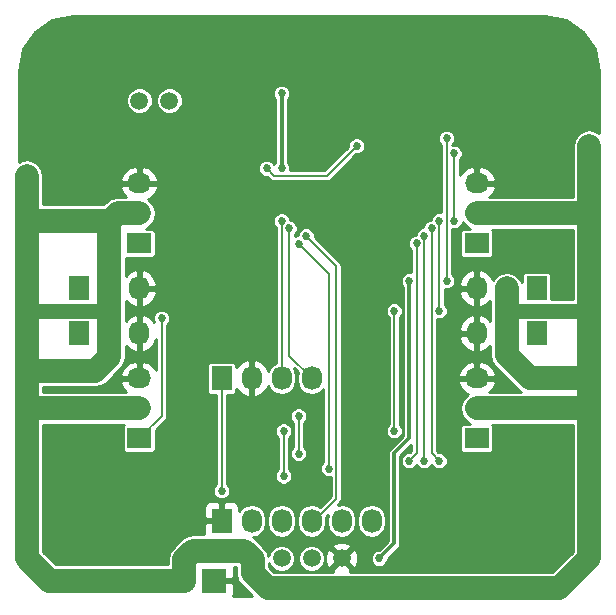
<source format=gbl>
G04 #@! TF.FileFunction,Copper,L2,Bot,Signal*
%FSLAX46Y46*%
G04 Gerber Fmt 4.6, Leading zero omitted, Abs format (unit mm)*
G04 Created by KiCad (PCBNEW 4.0.2+dfsg1-2~bpo8+1-stable) date Sat 05 Mar 2016 08:20:57 PM MST*
%MOMM*%
G01*
G04 APERTURE LIST*
%ADD10C,0.100000*%
%ADD11R,1.727200X2.032000*%
%ADD12O,1.727200X2.032000*%
%ADD13R,2.032000X2.032000*%
%ADD14O,2.032000X2.032000*%
%ADD15C,1.501140*%
%ADD16R,2.032000X1.727200*%
%ADD17O,2.032000X1.727200*%
%ADD18C,3.556000*%
%ADD19C,0.685800*%
%ADD20C,2.032000*%
%ADD21C,1.270000*%
%ADD22C,0.177800*%
%ADD23C,0.304800*%
%ADD24C,0.254000*%
G04 APERTURE END LIST*
D10*
D11*
X66120000Y-66830000D03*
D12*
X68660000Y-66830000D03*
X71200000Y-66830000D03*
X73740000Y-66830000D03*
D13*
X65485000Y-83975000D03*
D14*
X62945000Y-83975000D03*
D11*
X66120000Y-78895000D03*
D12*
X68660000Y-78895000D03*
X71200000Y-78895000D03*
X73740000Y-78895000D03*
X76280000Y-78895000D03*
X78820000Y-78895000D03*
D15*
X73740000Y-82070000D03*
X71200000Y-82070000D03*
X68660000Y-82070000D03*
X76280000Y-82070000D03*
X59135000Y-43335000D03*
X61675000Y-43335000D03*
D16*
X59135000Y-55400000D03*
D17*
X59135000Y-52860000D03*
X59135000Y-50320000D03*
D16*
X87710000Y-55400000D03*
D17*
X87710000Y-52860000D03*
X87710000Y-50320000D03*
D16*
X87710000Y-71910000D03*
D17*
X87710000Y-69370000D03*
X87710000Y-66830000D03*
D16*
X59135000Y-71910000D03*
D17*
X59135000Y-69370000D03*
X59135000Y-66830000D03*
D11*
X54055000Y-59210000D03*
D12*
X56595000Y-59210000D03*
X59135000Y-59210000D03*
D11*
X92790000Y-59210000D03*
D12*
X90250000Y-59210000D03*
X87710000Y-59210000D03*
D11*
X54055000Y-63020000D03*
D12*
X56595000Y-63020000D03*
X59135000Y-63020000D03*
D11*
X92790000Y-63020000D03*
D12*
X90250000Y-63020000D03*
X87710000Y-63020000D03*
D18*
X53500000Y-40730000D03*
X93500000Y-40730000D03*
X93500000Y-80730000D03*
X53500000Y-80730000D03*
D19*
X97235000Y-72545000D03*
X97235000Y-66830000D03*
X97235000Y-53495000D03*
X97235000Y-47145000D03*
X49610000Y-75720000D03*
X49610000Y-69370000D03*
X49610000Y-56035000D03*
X49610000Y-49685000D03*
X68820000Y-70655000D03*
X70090000Y-71290000D03*
X66915000Y-71290000D03*
X66915000Y-70020000D03*
X67550000Y-70655000D03*
X68185000Y-70020000D03*
X68185000Y-71290000D03*
X69455000Y-75100000D03*
X68185000Y-75100000D03*
X67550000Y-74465000D03*
X68820000Y-74465000D03*
X70090000Y-74465000D03*
X68025000Y-56670000D03*
X75645000Y-55400000D03*
X72470000Y-48415000D03*
X75645000Y-50320000D03*
X55325000Y-71910000D03*
X91520000Y-56762000D03*
X66120000Y-57940000D03*
X78185000Y-60480000D03*
X78820000Y-75085000D03*
X61675000Y-50320000D03*
X64215000Y-51590000D03*
X55325000Y-51590000D03*
X77550000Y-45240000D03*
X68025000Y-51590000D03*
X61675000Y-59845000D03*
X69930000Y-45240000D03*
X63580000Y-54130000D03*
X79455000Y-82070000D03*
X81995000Y-58575000D03*
X71200000Y-42700000D03*
X71200000Y-49050000D03*
X72630000Y-70020000D03*
X72630000Y-73195000D03*
X66120000Y-76355000D03*
X73265000Y-54780000D03*
X71200000Y-53495000D03*
X71835000Y-54130000D03*
X80725000Y-71275000D03*
X80725000Y-61115000D03*
X85805000Y-53495000D03*
X85805000Y-47780000D03*
X61040000Y-61750000D03*
X83900000Y-54130000D03*
X84535000Y-73815000D03*
X72630000Y-55415000D03*
X75170000Y-74465000D03*
X83265000Y-73815000D03*
X83265000Y-54765000D03*
X82630000Y-55400000D03*
X81995000Y-73815000D03*
X77550000Y-47145000D03*
X69930000Y-49050000D03*
X85170000Y-46510000D03*
X85170000Y-58575000D03*
X84535000Y-61115000D03*
X84535000Y-53495000D03*
X71360000Y-75100000D03*
X71360000Y-71290000D03*
D20*
X56595000Y-59210000D02*
X56595000Y-53495000D01*
X56595000Y-53495000D02*
X56675000Y-53495000D01*
X56595000Y-63020000D02*
X56595000Y-65005000D01*
X55405000Y-66195000D02*
X49610000Y-66195000D01*
X56595000Y-65005000D02*
X55405000Y-66195000D01*
X90250000Y-63020000D02*
X90250000Y-64845000D01*
X92235000Y-66830000D02*
X97235000Y-66830000D01*
X90250000Y-64845000D02*
X92235000Y-66830000D01*
X59135000Y-52860000D02*
X57310000Y-52860000D01*
X57310000Y-52860000D02*
X56675000Y-53495000D01*
X50245000Y-53495000D02*
X49610000Y-54130000D01*
X56675000Y-53495000D02*
X50245000Y-53495000D01*
X68025000Y-81435000D02*
X68740000Y-82150000D01*
X63660000Y-81435000D02*
X68025000Y-81435000D01*
X68740000Y-82150000D02*
X68740000Y-83340000D01*
X94695000Y-84610000D02*
X97235000Y-82070000D01*
X70010000Y-84610000D02*
X94695000Y-84610000D01*
X68740000Y-83340000D02*
X70010000Y-84610000D01*
X87710000Y-52860000D02*
X97235000Y-52860000D01*
D21*
X97235000Y-52860000D02*
X97235000Y-53495000D01*
X90250000Y-61115000D02*
X97235000Y-61115000D01*
D20*
X90250000Y-59210000D02*
X90250000Y-61115000D01*
X90250000Y-61115000D02*
X90250000Y-63020000D01*
X87710000Y-69370000D02*
X97235000Y-69370000D01*
X97235000Y-82070000D02*
X97235000Y-72545000D01*
X97235000Y-72545000D02*
X97235000Y-69370000D01*
X97235000Y-69370000D02*
X97235000Y-66830000D01*
X97235000Y-66830000D02*
X97235000Y-61115000D01*
X97235000Y-61115000D02*
X97235000Y-53495000D01*
X97235000Y-53495000D02*
X97235000Y-47145000D01*
D21*
X56595000Y-61115000D02*
X49610000Y-61115000D01*
X49610000Y-61115000D02*
X50245000Y-61115000D01*
X50245000Y-61115000D02*
X49610000Y-61115000D01*
D20*
X56595000Y-59210000D02*
X56595000Y-61115000D01*
X56595000Y-61115000D02*
X56595000Y-63020000D01*
X59135000Y-69370000D02*
X49610000Y-69370000D01*
X49610000Y-82070000D02*
X49610000Y-75720000D01*
X51515000Y-83975000D02*
X49610000Y-82070000D01*
X49610000Y-75720000D02*
X49610000Y-69370000D01*
X49610000Y-69370000D02*
X49610000Y-66195000D01*
X49610000Y-66195000D02*
X49610000Y-61115000D01*
X49610000Y-61115000D02*
X49610000Y-56035000D01*
X49610000Y-56035000D02*
X49610000Y-54130000D01*
X49610000Y-54130000D02*
X49610000Y-52860000D01*
X49610000Y-52860000D02*
X49610000Y-49685000D01*
X62945000Y-83975000D02*
X62945000Y-82150000D01*
X62945000Y-82150000D02*
X63660000Y-81435000D01*
X62945000Y-83975000D02*
X51515000Y-83975000D01*
D22*
X70090000Y-72560000D02*
X70090000Y-71290000D01*
X67550000Y-70655000D02*
X66915000Y-70020000D01*
X68185000Y-71290000D02*
X68185000Y-70020000D01*
X67550000Y-74465000D02*
X68185000Y-75100000D01*
X70090000Y-74465000D02*
X68820000Y-74465000D01*
X68660000Y-65560000D02*
X68660000Y-66830000D01*
X68025000Y-64925000D02*
X68660000Y-65560000D01*
X68025000Y-56670000D02*
X68025000Y-64925000D01*
X91520000Y-56762000D02*
X91520000Y-56670000D01*
D23*
X80725000Y-73180000D02*
X81995000Y-71910000D01*
X80725000Y-80800000D02*
X79455000Y-82070000D01*
X80725000Y-73180000D02*
X80725000Y-80800000D01*
X81995000Y-58575000D02*
X81995000Y-71910000D01*
X71200000Y-42700000D02*
X71200000Y-49050000D01*
D22*
X72630000Y-73195000D02*
X72630000Y-70020000D01*
X66120000Y-66830000D02*
X66120000Y-76355000D01*
X73740000Y-78895000D02*
X73915000Y-78895000D01*
X73915000Y-78895000D02*
X75805000Y-77005000D01*
X75805000Y-57320000D02*
X73265000Y-54780000D01*
X75805000Y-77005000D02*
X75805000Y-57320000D01*
X71200000Y-66830000D02*
X71200000Y-53495000D01*
X73740000Y-66830000D02*
X71835000Y-64925000D01*
X71835000Y-64925000D02*
X71835000Y-54130000D01*
X80725000Y-61115000D02*
X80725000Y-71275000D01*
X85805000Y-47780000D02*
X85805000Y-53495000D01*
X61040000Y-70005000D02*
X59135000Y-71910000D01*
X61040000Y-61750000D02*
X61040000Y-70005000D01*
X83900000Y-73180000D02*
X84535000Y-73815000D01*
X83900000Y-54130000D02*
X83900000Y-73180000D01*
X75170000Y-74465000D02*
X75170000Y-57955000D01*
X75170000Y-57955000D02*
X72630000Y-55415000D01*
X83265000Y-54765000D02*
X83265000Y-73815000D01*
X82630000Y-73180000D02*
X81995000Y-73815000D01*
X82630000Y-55400000D02*
X82630000Y-73180000D01*
X75010000Y-49685000D02*
X77550000Y-47145000D01*
X70565000Y-49685000D02*
X75010000Y-49685000D01*
X69930000Y-49050000D02*
X70565000Y-49685000D01*
X85170000Y-58575000D02*
X85170000Y-46510000D01*
X84535000Y-53495000D02*
X84535000Y-61115000D01*
X71360000Y-71290000D02*
X71360000Y-75100000D01*
D24*
G36*
X67343000Y-83340000D02*
X67449340Y-83874609D01*
X67752172Y-84327828D01*
X68723344Y-85299000D01*
X67060741Y-85299000D01*
X67136000Y-85117309D01*
X67136000Y-84260750D01*
X66977250Y-84102000D01*
X65612000Y-84102000D01*
X65612000Y-84122000D01*
X65358000Y-84122000D01*
X65358000Y-84102000D01*
X65338000Y-84102000D01*
X65338000Y-83848000D01*
X65358000Y-83848000D01*
X65358000Y-83828000D01*
X65612000Y-83828000D01*
X65612000Y-83848000D01*
X66977250Y-83848000D01*
X67136000Y-83689250D01*
X67136000Y-82832691D01*
X67135714Y-82832000D01*
X67343000Y-82832000D01*
X67343000Y-83340000D01*
X67343000Y-83340000D01*
G37*
X67343000Y-83340000D02*
X67449340Y-83874609D01*
X67752172Y-84327828D01*
X68723344Y-85299000D01*
X67060741Y-85299000D01*
X67136000Y-85117309D01*
X67136000Y-84260750D01*
X66977250Y-84102000D01*
X65612000Y-84102000D01*
X65612000Y-84122000D01*
X65358000Y-84122000D01*
X65358000Y-84102000D01*
X65338000Y-84102000D01*
X65338000Y-83848000D01*
X65358000Y-83848000D01*
X65358000Y-83828000D01*
X65612000Y-83828000D01*
X65612000Y-83848000D01*
X66977250Y-83848000D01*
X67136000Y-83689250D01*
X67136000Y-82832691D01*
X67135714Y-82832000D01*
X67343000Y-82832000D01*
X67343000Y-83340000D01*
G36*
X95245249Y-36516595D02*
X96724801Y-37505200D01*
X97713405Y-38984751D01*
X98069000Y-40772448D01*
X98069000Y-46054387D01*
X97769609Y-45854340D01*
X97235000Y-45748000D01*
X96700391Y-45854340D01*
X96247172Y-46157172D01*
X95944340Y-46610391D01*
X95838000Y-47145000D01*
X95838000Y-51463000D01*
X88791035Y-51463000D01*
X89060732Y-51222036D01*
X89314709Y-50694791D01*
X89317358Y-50679026D01*
X89196217Y-50447000D01*
X87837000Y-50447000D01*
X87837000Y-50467000D01*
X87583000Y-50467000D01*
X87583000Y-50447000D01*
X87563000Y-50447000D01*
X87563000Y-50193000D01*
X87583000Y-50193000D01*
X87583000Y-48979076D01*
X87837000Y-48979076D01*
X87837000Y-50193000D01*
X89196217Y-50193000D01*
X89317358Y-49960974D01*
X89314709Y-49945209D01*
X89060732Y-49417964D01*
X88624320Y-49028046D01*
X88071913Y-48834816D01*
X87837000Y-48979076D01*
X87583000Y-48979076D01*
X87348087Y-48834816D01*
X86795680Y-49028046D01*
X86359268Y-49417964D01*
X86274900Y-49593108D01*
X86274900Y-48333776D01*
X86418335Y-48190592D01*
X86528774Y-47924624D01*
X86529025Y-47636639D01*
X86419050Y-47370479D01*
X86215592Y-47166665D01*
X85949624Y-47056226D01*
X85661639Y-47055975D01*
X85639900Y-47064957D01*
X85639900Y-47063776D01*
X85783335Y-46920592D01*
X85893774Y-46654624D01*
X85894025Y-46366639D01*
X85784050Y-46100479D01*
X85580592Y-45896665D01*
X85314624Y-45786226D01*
X85026639Y-45785975D01*
X84760479Y-45895950D01*
X84556665Y-46099408D01*
X84446226Y-46365376D01*
X84445975Y-46653361D01*
X84555950Y-46919521D01*
X84700100Y-47063923D01*
X84700100Y-52779728D01*
X84679624Y-52771226D01*
X84391639Y-52770975D01*
X84125479Y-52880950D01*
X83921665Y-53084408D01*
X83811226Y-53350376D01*
X83811177Y-53406023D01*
X83756639Y-53405975D01*
X83490479Y-53515950D01*
X83286665Y-53719408D01*
X83176226Y-53985376D01*
X83176177Y-54041023D01*
X83121639Y-54040975D01*
X82855479Y-54150950D01*
X82651665Y-54354408D01*
X82541226Y-54620376D01*
X82541177Y-54676023D01*
X82486639Y-54675975D01*
X82220479Y-54785950D01*
X82016665Y-54989408D01*
X81906226Y-55255376D01*
X81905975Y-55543361D01*
X82015950Y-55809521D01*
X82160100Y-55953923D01*
X82160100Y-57859728D01*
X82139624Y-57851226D01*
X81851639Y-57850975D01*
X81585479Y-57960950D01*
X81381665Y-58164408D01*
X81271226Y-58430376D01*
X81270975Y-58718361D01*
X81380950Y-58984521D01*
X81461600Y-59065312D01*
X81461600Y-71689058D01*
X80347829Y-72802829D01*
X80232203Y-72975877D01*
X80191600Y-73180000D01*
X80191600Y-80579058D01*
X79424585Y-81346073D01*
X79311639Y-81345975D01*
X79045479Y-81455950D01*
X78841665Y-81659408D01*
X78731226Y-81925376D01*
X78730975Y-82213361D01*
X78840950Y-82479521D01*
X79044408Y-82683335D01*
X79310376Y-82793774D01*
X79598361Y-82794025D01*
X79864521Y-82684050D01*
X80068335Y-82480592D01*
X80178774Y-82214624D01*
X80178873Y-82100469D01*
X81102171Y-81177171D01*
X81217797Y-81004124D01*
X81258400Y-80800000D01*
X81258400Y-73400942D01*
X82160100Y-72499242D01*
X82160100Y-72985361D01*
X82054310Y-73091152D01*
X81851639Y-73090975D01*
X81585479Y-73200950D01*
X81381665Y-73404408D01*
X81271226Y-73670376D01*
X81270975Y-73958361D01*
X81380950Y-74224521D01*
X81584408Y-74428335D01*
X81850376Y-74538774D01*
X82138361Y-74539025D01*
X82404521Y-74429050D01*
X82608335Y-74225592D01*
X82629917Y-74173617D01*
X82650950Y-74224521D01*
X82854408Y-74428335D01*
X83120376Y-74538774D01*
X83408361Y-74539025D01*
X83674521Y-74429050D01*
X83878335Y-74225592D01*
X83899917Y-74173617D01*
X83920950Y-74224521D01*
X84124408Y-74428335D01*
X84390376Y-74538774D01*
X84678361Y-74539025D01*
X84944521Y-74429050D01*
X85148335Y-74225592D01*
X85258774Y-73959624D01*
X85259025Y-73671639D01*
X85149050Y-73405479D01*
X84945592Y-73201665D01*
X84679624Y-73091226D01*
X84475587Y-73091048D01*
X84369900Y-72985362D01*
X84369900Y-66470974D01*
X86102642Y-66470974D01*
X86223783Y-66703000D01*
X87583000Y-66703000D01*
X87583000Y-65489076D01*
X87837000Y-65489076D01*
X87837000Y-66703000D01*
X89196217Y-66703000D01*
X89317358Y-66470974D01*
X89314709Y-66455209D01*
X89060732Y-65927964D01*
X88624320Y-65538046D01*
X88071913Y-65344816D01*
X87837000Y-65489076D01*
X87583000Y-65489076D01*
X87348087Y-65344816D01*
X86795680Y-65538046D01*
X86359268Y-65927964D01*
X86105291Y-66455209D01*
X86102642Y-66470974D01*
X84369900Y-66470974D01*
X84369900Y-63381913D01*
X86224816Y-63381913D01*
X86418046Y-63934320D01*
X86807964Y-64370732D01*
X87335209Y-64624709D01*
X87350974Y-64627358D01*
X87583000Y-64506217D01*
X87583000Y-63147000D01*
X86369076Y-63147000D01*
X86224816Y-63381913D01*
X84369900Y-63381913D01*
X84369900Y-62658087D01*
X86224816Y-62658087D01*
X86369076Y-62893000D01*
X87583000Y-62893000D01*
X87583000Y-61533783D01*
X87350974Y-61412642D01*
X87335209Y-61415291D01*
X86807964Y-61669268D01*
X86418046Y-62105680D01*
X86224816Y-62658087D01*
X84369900Y-62658087D01*
X84369900Y-61830272D01*
X84390376Y-61838774D01*
X84678361Y-61839025D01*
X84944521Y-61729050D01*
X85148335Y-61525592D01*
X85258774Y-61259624D01*
X85259025Y-60971639D01*
X85149050Y-60705479D01*
X85004900Y-60561077D01*
X85004900Y-59571913D01*
X86224816Y-59571913D01*
X86418046Y-60124320D01*
X86807964Y-60560732D01*
X87335209Y-60814709D01*
X87350974Y-60817358D01*
X87583000Y-60696217D01*
X87583000Y-59337000D01*
X86369076Y-59337000D01*
X86224816Y-59571913D01*
X85004900Y-59571913D01*
X85004900Y-59290272D01*
X85025376Y-59298774D01*
X85313361Y-59299025D01*
X85579521Y-59189050D01*
X85783335Y-58985592D01*
X85840431Y-58848087D01*
X86224816Y-58848087D01*
X86369076Y-59083000D01*
X87583000Y-59083000D01*
X87583000Y-57723783D01*
X87350974Y-57602642D01*
X87335209Y-57605291D01*
X86807964Y-57859268D01*
X86418046Y-58295680D01*
X86224816Y-58848087D01*
X85840431Y-58848087D01*
X85893774Y-58719624D01*
X85894025Y-58431639D01*
X85784050Y-58165479D01*
X85639900Y-58021077D01*
X85639900Y-54210272D01*
X85660376Y-54218774D01*
X85948361Y-54219025D01*
X86214521Y-54109050D01*
X86418335Y-53905592D01*
X86528774Y-53639624D01*
X86528845Y-53558495D01*
X86650166Y-53740065D01*
X86650168Y-53740066D01*
X86722172Y-53847828D01*
X87171314Y-54147936D01*
X86694000Y-54147936D01*
X86552810Y-54174503D01*
X86423135Y-54257946D01*
X86336141Y-54385266D01*
X86305536Y-54536400D01*
X86305536Y-56263600D01*
X86332103Y-56404790D01*
X86415546Y-56534465D01*
X86542866Y-56621459D01*
X86694000Y-56652064D01*
X88726000Y-56652064D01*
X88867190Y-56625497D01*
X88996865Y-56542054D01*
X89083859Y-56414734D01*
X89114464Y-56263600D01*
X89114464Y-54536400D01*
X89087897Y-54395210D01*
X89004454Y-54265535D01*
X88991963Y-54257000D01*
X95838000Y-54257000D01*
X95838000Y-60099000D01*
X94042064Y-60099000D01*
X94042064Y-58194000D01*
X94015497Y-58052810D01*
X93932054Y-57923135D01*
X93804734Y-57836141D01*
X93653600Y-57805536D01*
X91926400Y-57805536D01*
X91785210Y-57832103D01*
X91655535Y-57915546D01*
X91568541Y-58042866D01*
X91537936Y-58194000D01*
X91537936Y-58671314D01*
X91237828Y-58222172D01*
X91130066Y-58150168D01*
X91130065Y-58150166D01*
X90726288Y-57880371D01*
X90250000Y-57785631D01*
X89773712Y-57880371D01*
X89369935Y-58150166D01*
X89369934Y-58150168D01*
X89262172Y-58222172D01*
X89074493Y-58503054D01*
X89001954Y-58295680D01*
X88612036Y-57859268D01*
X88084791Y-57605291D01*
X88069026Y-57602642D01*
X87837000Y-57723783D01*
X87837000Y-59083000D01*
X87857000Y-59083000D01*
X87857000Y-59337000D01*
X87837000Y-59337000D01*
X87837000Y-60696217D01*
X88069026Y-60817358D01*
X88084791Y-60814709D01*
X88612036Y-60560732D01*
X88853000Y-60291035D01*
X88853000Y-61938965D01*
X88612036Y-61669268D01*
X88084791Y-61415291D01*
X88069026Y-61412642D01*
X87837000Y-61533783D01*
X87837000Y-62893000D01*
X87857000Y-62893000D01*
X87857000Y-63147000D01*
X87837000Y-63147000D01*
X87837000Y-64506217D01*
X88069026Y-64627358D01*
X88084791Y-64624709D01*
X88612036Y-64370732D01*
X88853000Y-64101035D01*
X88853000Y-64845000D01*
X88959340Y-65379609D01*
X89262172Y-65832828D01*
X91247172Y-67817828D01*
X91479403Y-67973000D01*
X88791035Y-67973000D01*
X89060732Y-67732036D01*
X89314709Y-67204791D01*
X89317358Y-67189026D01*
X89196217Y-66957000D01*
X87837000Y-66957000D01*
X87837000Y-66977000D01*
X87583000Y-66977000D01*
X87583000Y-66957000D01*
X86223783Y-66957000D01*
X86102642Y-67189026D01*
X86105291Y-67204791D01*
X86359268Y-67732036D01*
X86795680Y-68121954D01*
X87003054Y-68194493D01*
X86722172Y-68382172D01*
X86650168Y-68489934D01*
X86650166Y-68489935D01*
X86380371Y-68893712D01*
X86285631Y-69370000D01*
X86380371Y-69846288D01*
X86650166Y-70250065D01*
X86650168Y-70250066D01*
X86722172Y-70357828D01*
X87171314Y-70657936D01*
X86694000Y-70657936D01*
X86552810Y-70684503D01*
X86423135Y-70767946D01*
X86336141Y-70895266D01*
X86305536Y-71046400D01*
X86305536Y-72773600D01*
X86332103Y-72914790D01*
X86415546Y-73044465D01*
X86542866Y-73131459D01*
X86694000Y-73162064D01*
X88726000Y-73162064D01*
X88867190Y-73135497D01*
X88996865Y-73052054D01*
X89083859Y-72924734D01*
X89114464Y-72773600D01*
X89114464Y-71046400D01*
X89087897Y-70905210D01*
X89004454Y-70775535D01*
X88991963Y-70767000D01*
X95838000Y-70767000D01*
X95838000Y-81491344D01*
X94116344Y-83213000D01*
X77024014Y-83213000D01*
X77072325Y-83041930D01*
X76280000Y-82249605D01*
X75487675Y-83041930D01*
X75535986Y-83213000D01*
X70588656Y-83213000D01*
X70137000Y-82761344D01*
X70137000Y-82460523D01*
X70240142Y-82710146D01*
X70558180Y-83028739D01*
X70973929Y-83201373D01*
X71424096Y-83201766D01*
X71840146Y-83029858D01*
X72158739Y-82711820D01*
X72331373Y-82296071D01*
X72331374Y-82294096D01*
X72608234Y-82294096D01*
X72780142Y-82710146D01*
X73098180Y-83028739D01*
X73513929Y-83201373D01*
X73964096Y-83201766D01*
X74380146Y-83029858D01*
X74698739Y-82711820D01*
X74871373Y-82296071D01*
X74871749Y-81865034D01*
X74882233Y-81865034D01*
X74910195Y-82415538D01*
X75067069Y-82794265D01*
X75308070Y-82862325D01*
X76100395Y-82070000D01*
X76459605Y-82070000D01*
X77251930Y-82862325D01*
X77492931Y-82794265D01*
X77677767Y-82274966D01*
X77649805Y-81724462D01*
X77492931Y-81345735D01*
X77251930Y-81277675D01*
X76459605Y-82070000D01*
X76100395Y-82070000D01*
X75308070Y-81277675D01*
X75067069Y-81345735D01*
X74882233Y-81865034D01*
X74871749Y-81865034D01*
X74871766Y-81845904D01*
X74699858Y-81429854D01*
X74381820Y-81111261D01*
X74350053Y-81098070D01*
X75487675Y-81098070D01*
X76280000Y-81890395D01*
X77072325Y-81098070D01*
X77004265Y-80857069D01*
X76484966Y-80672233D01*
X75934462Y-80700195D01*
X75555735Y-80857069D01*
X75487675Y-81098070D01*
X74350053Y-81098070D01*
X73966071Y-80938627D01*
X73515904Y-80938234D01*
X73099854Y-81110142D01*
X72781261Y-81428180D01*
X72608627Y-81843929D01*
X72608234Y-82294096D01*
X72331374Y-82294096D01*
X72331766Y-81845904D01*
X72159858Y-81429854D01*
X71841820Y-81111261D01*
X71426071Y-80938627D01*
X70975904Y-80938234D01*
X70559854Y-81110142D01*
X70241261Y-81428180D01*
X70073692Y-81831730D01*
X70030660Y-81615391D01*
X69727828Y-81162172D01*
X69012828Y-80447172D01*
X68784496Y-80294605D01*
X69136288Y-80224629D01*
X69540065Y-79954834D01*
X69809860Y-79551057D01*
X69904600Y-79074769D01*
X69904600Y-78715231D01*
X69955400Y-78715231D01*
X69955400Y-79074769D01*
X70050140Y-79551057D01*
X70319935Y-79954834D01*
X70723712Y-80224629D01*
X71200000Y-80319369D01*
X71676288Y-80224629D01*
X72080065Y-79954834D01*
X72349860Y-79551057D01*
X72444600Y-79074769D01*
X72444600Y-78715231D01*
X72349860Y-78238943D01*
X72080065Y-77835166D01*
X71676288Y-77565371D01*
X71200000Y-77470631D01*
X70723712Y-77565371D01*
X70319935Y-77835166D01*
X70050140Y-78238943D01*
X69955400Y-78715231D01*
X69904600Y-78715231D01*
X69809860Y-78238943D01*
X69540065Y-77835166D01*
X69136288Y-77565371D01*
X68660000Y-77470631D01*
X68183712Y-77565371D01*
X67779935Y-77835166D01*
X67618600Y-78076621D01*
X67618600Y-77752691D01*
X67521927Y-77519302D01*
X67343299Y-77340673D01*
X67109910Y-77244000D01*
X66405750Y-77244000D01*
X66247000Y-77402750D01*
X66247000Y-78768000D01*
X66267000Y-78768000D01*
X66267000Y-79022000D01*
X66247000Y-79022000D01*
X66247000Y-79042000D01*
X65993000Y-79042000D01*
X65993000Y-79022000D01*
X64780150Y-79022000D01*
X64621400Y-79180750D01*
X64621400Y-80037309D01*
X64621686Y-80038000D01*
X63660000Y-80038000D01*
X63125391Y-80144340D01*
X62672172Y-80447172D01*
X61957172Y-81162172D01*
X61654340Y-81615391D01*
X61548000Y-82150000D01*
X61548000Y-82578000D01*
X52093656Y-82578000D01*
X51007000Y-81491344D01*
X51007000Y-77752691D01*
X64621400Y-77752691D01*
X64621400Y-78609250D01*
X64780150Y-78768000D01*
X65993000Y-78768000D01*
X65993000Y-77402750D01*
X65834250Y-77244000D01*
X65130090Y-77244000D01*
X64896701Y-77340673D01*
X64718073Y-77519302D01*
X64621400Y-77752691D01*
X51007000Y-77752691D01*
X51007000Y-70767000D01*
X57849605Y-70767000D01*
X57848135Y-70767946D01*
X57761141Y-70895266D01*
X57730536Y-71046400D01*
X57730536Y-72773600D01*
X57757103Y-72914790D01*
X57840546Y-73044465D01*
X57967866Y-73131459D01*
X58119000Y-73162064D01*
X60151000Y-73162064D01*
X60292190Y-73135497D01*
X60421865Y-73052054D01*
X60508859Y-72924734D01*
X60539464Y-72773600D01*
X60539464Y-71170075D01*
X61372270Y-70337269D01*
X61474131Y-70184823D01*
X61478400Y-70163361D01*
X61509900Y-70005000D01*
X61509900Y-65814000D01*
X64867936Y-65814000D01*
X64867936Y-67846000D01*
X64894503Y-67987190D01*
X64977946Y-68116865D01*
X65105266Y-68203859D01*
X65256400Y-68234464D01*
X65650100Y-68234464D01*
X65650100Y-75801224D01*
X65506665Y-75944408D01*
X65396226Y-76210376D01*
X65395975Y-76498361D01*
X65505950Y-76764521D01*
X65709408Y-76968335D01*
X65975376Y-77078774D01*
X66263361Y-77079025D01*
X66529521Y-76969050D01*
X66733335Y-76765592D01*
X66843774Y-76499624D01*
X66844025Y-76211639D01*
X66734050Y-75945479D01*
X66589900Y-75801077D01*
X66589900Y-71433361D01*
X70635975Y-71433361D01*
X70745950Y-71699521D01*
X70890100Y-71843923D01*
X70890100Y-74546224D01*
X70746665Y-74689408D01*
X70636226Y-74955376D01*
X70635975Y-75243361D01*
X70745950Y-75509521D01*
X70949408Y-75713335D01*
X71215376Y-75823774D01*
X71503361Y-75824025D01*
X71769521Y-75714050D01*
X71973335Y-75510592D01*
X72083774Y-75244624D01*
X72084025Y-74956639D01*
X71974050Y-74690479D01*
X71829900Y-74546077D01*
X71829900Y-71843776D01*
X71973335Y-71700592D01*
X72083774Y-71434624D01*
X72084025Y-71146639D01*
X71974050Y-70880479D01*
X71770592Y-70676665D01*
X71504624Y-70566226D01*
X71216639Y-70565975D01*
X70950479Y-70675950D01*
X70746665Y-70879408D01*
X70636226Y-71145376D01*
X70635975Y-71433361D01*
X66589900Y-71433361D01*
X66589900Y-70163361D01*
X71905975Y-70163361D01*
X72015950Y-70429521D01*
X72160100Y-70573923D01*
X72160100Y-72641224D01*
X72016665Y-72784408D01*
X71906226Y-73050376D01*
X71905975Y-73338361D01*
X72015950Y-73604521D01*
X72219408Y-73808335D01*
X72485376Y-73918774D01*
X72773361Y-73919025D01*
X73039521Y-73809050D01*
X73243335Y-73605592D01*
X73353774Y-73339624D01*
X73354025Y-73051639D01*
X73244050Y-72785479D01*
X73099900Y-72641077D01*
X73099900Y-70573776D01*
X73243335Y-70430592D01*
X73353774Y-70164624D01*
X73354025Y-69876639D01*
X73244050Y-69610479D01*
X73040592Y-69406665D01*
X72774624Y-69296226D01*
X72486639Y-69295975D01*
X72220479Y-69405950D01*
X72016665Y-69609408D01*
X71906226Y-69875376D01*
X71905975Y-70163361D01*
X66589900Y-70163361D01*
X66589900Y-68234464D01*
X66983600Y-68234464D01*
X67124790Y-68207897D01*
X67254465Y-68124454D01*
X67341459Y-67997134D01*
X67372064Y-67846000D01*
X67372064Y-67748817D01*
X67757964Y-68180732D01*
X68285209Y-68434709D01*
X68300974Y-68437358D01*
X68533000Y-68316217D01*
X68533000Y-66957000D01*
X68513000Y-66957000D01*
X68513000Y-66703000D01*
X68533000Y-66703000D01*
X68533000Y-65343783D01*
X68787000Y-65343783D01*
X68787000Y-66703000D01*
X68807000Y-66703000D01*
X68807000Y-66957000D01*
X68787000Y-66957000D01*
X68787000Y-68316217D01*
X69019026Y-68437358D01*
X69034791Y-68434709D01*
X69562036Y-68180732D01*
X69951954Y-67744320D01*
X70047296Y-67471757D01*
X70050140Y-67486057D01*
X70319935Y-67889834D01*
X70723712Y-68159629D01*
X71200000Y-68254369D01*
X71676288Y-68159629D01*
X72080065Y-67889834D01*
X72349860Y-67486057D01*
X72444600Y-67009769D01*
X72444600Y-66650231D01*
X72349860Y-66173943D01*
X72209820Y-65964359D01*
X72561813Y-66316352D01*
X72495400Y-66650231D01*
X72495400Y-67009769D01*
X72590140Y-67486057D01*
X72859935Y-67889834D01*
X73263712Y-68159629D01*
X73740000Y-68254369D01*
X74216288Y-68159629D01*
X74620065Y-67889834D01*
X74700100Y-67770053D01*
X74700100Y-73911224D01*
X74556665Y-74054408D01*
X74446226Y-74320376D01*
X74445975Y-74608361D01*
X74555950Y-74874521D01*
X74759408Y-75078335D01*
X75025376Y-75188774D01*
X75313361Y-75189025D01*
X75335100Y-75180043D01*
X75335100Y-76810361D01*
X74434372Y-77711090D01*
X74216288Y-77565371D01*
X73740000Y-77470631D01*
X73263712Y-77565371D01*
X72859935Y-77835166D01*
X72590140Y-78238943D01*
X72495400Y-78715231D01*
X72495400Y-79074769D01*
X72590140Y-79551057D01*
X72859935Y-79954834D01*
X73263712Y-80224629D01*
X73740000Y-80319369D01*
X74216288Y-80224629D01*
X74620065Y-79954834D01*
X74889860Y-79551057D01*
X74984600Y-79074769D01*
X74984600Y-78715231D01*
X74947221Y-78527317D01*
X75103955Y-78370583D01*
X75035400Y-78715231D01*
X75035400Y-79074769D01*
X75130140Y-79551057D01*
X75399935Y-79954834D01*
X75803712Y-80224629D01*
X76280000Y-80319369D01*
X76756288Y-80224629D01*
X77160065Y-79954834D01*
X77429860Y-79551057D01*
X77524600Y-79074769D01*
X77524600Y-78715231D01*
X77575400Y-78715231D01*
X77575400Y-79074769D01*
X77670140Y-79551057D01*
X77939935Y-79954834D01*
X78343712Y-80224629D01*
X78820000Y-80319369D01*
X79296288Y-80224629D01*
X79700065Y-79954834D01*
X79969860Y-79551057D01*
X80064600Y-79074769D01*
X80064600Y-78715231D01*
X79969860Y-78238943D01*
X79700065Y-77835166D01*
X79296288Y-77565371D01*
X78820000Y-77470631D01*
X78343712Y-77565371D01*
X77939935Y-77835166D01*
X77670140Y-78238943D01*
X77575400Y-78715231D01*
X77524600Y-78715231D01*
X77429860Y-78238943D01*
X77160065Y-77835166D01*
X76756288Y-77565371D01*
X76280000Y-77470631D01*
X75935353Y-77539186D01*
X76137270Y-77337269D01*
X76239131Y-77184823D01*
X76274900Y-77005000D01*
X76274900Y-61258361D01*
X80000975Y-61258361D01*
X80110950Y-61524521D01*
X80255100Y-61668923D01*
X80255100Y-70721224D01*
X80111665Y-70864408D01*
X80001226Y-71130376D01*
X80000975Y-71418361D01*
X80110950Y-71684521D01*
X80314408Y-71888335D01*
X80580376Y-71998774D01*
X80868361Y-71999025D01*
X81134521Y-71889050D01*
X81338335Y-71685592D01*
X81448774Y-71419624D01*
X81449025Y-71131639D01*
X81339050Y-70865479D01*
X81194900Y-70721077D01*
X81194900Y-61668776D01*
X81338335Y-61525592D01*
X81448774Y-61259624D01*
X81449025Y-60971639D01*
X81339050Y-60705479D01*
X81135592Y-60501665D01*
X80869624Y-60391226D01*
X80581639Y-60390975D01*
X80315479Y-60500950D01*
X80111665Y-60704408D01*
X80001226Y-60970376D01*
X80000975Y-61258361D01*
X76274900Y-61258361D01*
X76274900Y-57320000D01*
X76239131Y-57140177D01*
X76137269Y-56987730D01*
X73988848Y-54839310D01*
X73989025Y-54636639D01*
X73879050Y-54370479D01*
X73675592Y-54166665D01*
X73409624Y-54056226D01*
X73121639Y-54055975D01*
X72855479Y-54165950D01*
X72651665Y-54369408D01*
X72541226Y-54635376D01*
X72541177Y-54691023D01*
X72486639Y-54690975D01*
X72304900Y-54766068D01*
X72304900Y-54683776D01*
X72448335Y-54540592D01*
X72558774Y-54274624D01*
X72559025Y-53986639D01*
X72449050Y-53720479D01*
X72245592Y-53516665D01*
X71979624Y-53406226D01*
X71923977Y-53406177D01*
X71924025Y-53351639D01*
X71814050Y-53085479D01*
X71610592Y-52881665D01*
X71344624Y-52771226D01*
X71056639Y-52770975D01*
X70790479Y-52880950D01*
X70586665Y-53084408D01*
X70476226Y-53350376D01*
X70475975Y-53638361D01*
X70585950Y-53904521D01*
X70730100Y-54048923D01*
X70730100Y-65499100D01*
X70723712Y-65500371D01*
X70319935Y-65770166D01*
X70050140Y-66173943D01*
X70047296Y-66188243D01*
X69951954Y-65915680D01*
X69562036Y-65479268D01*
X69034791Y-65225291D01*
X69019026Y-65222642D01*
X68787000Y-65343783D01*
X68533000Y-65343783D01*
X68300974Y-65222642D01*
X68285209Y-65225291D01*
X67757964Y-65479268D01*
X67372064Y-65911183D01*
X67372064Y-65814000D01*
X67345497Y-65672810D01*
X67262054Y-65543135D01*
X67134734Y-65456141D01*
X66983600Y-65425536D01*
X65256400Y-65425536D01*
X65115210Y-65452103D01*
X64985535Y-65535546D01*
X64898541Y-65662866D01*
X64867936Y-65814000D01*
X61509900Y-65814000D01*
X61509900Y-62303776D01*
X61653335Y-62160592D01*
X61763774Y-61894624D01*
X61764025Y-61606639D01*
X61654050Y-61340479D01*
X61450592Y-61136665D01*
X61184624Y-61026226D01*
X60896639Y-61025975D01*
X60630479Y-61135950D01*
X60426665Y-61339408D01*
X60316226Y-61605376D01*
X60315975Y-61893361D01*
X60383700Y-62057269D01*
X60037036Y-61669268D01*
X59509791Y-61415291D01*
X59494026Y-61412642D01*
X59262000Y-61533783D01*
X59262000Y-62893000D01*
X59282000Y-62893000D01*
X59282000Y-63147000D01*
X59262000Y-63147000D01*
X59262000Y-64506217D01*
X59494026Y-64627358D01*
X59509791Y-64624709D01*
X60037036Y-64370732D01*
X60426954Y-63934320D01*
X60570100Y-63525093D01*
X60570100Y-66103108D01*
X60485732Y-65927964D01*
X60049320Y-65538046D01*
X59496913Y-65344816D01*
X59262000Y-65489076D01*
X59262000Y-66703000D01*
X59282000Y-66703000D01*
X59282000Y-66957000D01*
X59262000Y-66957000D01*
X59262000Y-66977000D01*
X59008000Y-66977000D01*
X59008000Y-66957000D01*
X57648783Y-66957000D01*
X57527642Y-67189026D01*
X57530291Y-67204791D01*
X57784268Y-67732036D01*
X58053965Y-67973000D01*
X51007000Y-67973000D01*
X51007000Y-67592000D01*
X55405000Y-67592000D01*
X55939609Y-67485660D01*
X56392828Y-67182828D01*
X57104682Y-66470974D01*
X57527642Y-66470974D01*
X57648783Y-66703000D01*
X59008000Y-66703000D01*
X59008000Y-65489076D01*
X58773087Y-65344816D01*
X58220680Y-65538046D01*
X57784268Y-65927964D01*
X57530291Y-66455209D01*
X57527642Y-66470974D01*
X57104682Y-66470974D01*
X57582828Y-65992828D01*
X57885660Y-65539609D01*
X57992000Y-65005000D01*
X57992000Y-64101035D01*
X58232964Y-64370732D01*
X58760209Y-64624709D01*
X58775974Y-64627358D01*
X59008000Y-64506217D01*
X59008000Y-63147000D01*
X58988000Y-63147000D01*
X58988000Y-62893000D01*
X59008000Y-62893000D01*
X59008000Y-61533783D01*
X58775974Y-61412642D01*
X58760209Y-61415291D01*
X58232964Y-61669268D01*
X57992000Y-61938965D01*
X57992000Y-60291035D01*
X58232964Y-60560732D01*
X58760209Y-60814709D01*
X58775974Y-60817358D01*
X59008000Y-60696217D01*
X59008000Y-59337000D01*
X59262000Y-59337000D01*
X59262000Y-60696217D01*
X59494026Y-60817358D01*
X59509791Y-60814709D01*
X60037036Y-60560732D01*
X60426954Y-60124320D01*
X60620184Y-59571913D01*
X60475924Y-59337000D01*
X59262000Y-59337000D01*
X59008000Y-59337000D01*
X58988000Y-59337000D01*
X58988000Y-59083000D01*
X59008000Y-59083000D01*
X59008000Y-57723783D01*
X59262000Y-57723783D01*
X59262000Y-59083000D01*
X60475924Y-59083000D01*
X60620184Y-58848087D01*
X60426954Y-58295680D01*
X60037036Y-57859268D01*
X59509791Y-57605291D01*
X59494026Y-57602642D01*
X59262000Y-57723783D01*
X59008000Y-57723783D01*
X58775974Y-57602642D01*
X58760209Y-57605291D01*
X58232964Y-57859268D01*
X57992000Y-58128965D01*
X57992000Y-56626346D01*
X58119000Y-56652064D01*
X60151000Y-56652064D01*
X60292190Y-56625497D01*
X60421865Y-56542054D01*
X60508859Y-56414734D01*
X60539464Y-56263600D01*
X60539464Y-54536400D01*
X60512897Y-54395210D01*
X60429454Y-54265535D01*
X60302134Y-54178541D01*
X60151000Y-54147936D01*
X59673686Y-54147936D01*
X60122828Y-53847828D01*
X60194832Y-53740066D01*
X60194834Y-53740065D01*
X60464629Y-53336288D01*
X60559369Y-52860000D01*
X60464629Y-52383712D01*
X60194834Y-51979935D01*
X60194832Y-51979934D01*
X60122828Y-51872172D01*
X59841946Y-51684493D01*
X60049320Y-51611954D01*
X60485732Y-51222036D01*
X60739709Y-50694791D01*
X60742358Y-50679026D01*
X60621217Y-50447000D01*
X59262000Y-50447000D01*
X59262000Y-50467000D01*
X59008000Y-50467000D01*
X59008000Y-50447000D01*
X57648783Y-50447000D01*
X57527642Y-50679026D01*
X57530291Y-50694791D01*
X57784268Y-51222036D01*
X58053965Y-51463000D01*
X57310000Y-51463000D01*
X56775391Y-51569340D01*
X56322172Y-51872172D01*
X56096344Y-52098000D01*
X51007000Y-52098000D01*
X51007000Y-49960974D01*
X57527642Y-49960974D01*
X57648783Y-50193000D01*
X59008000Y-50193000D01*
X59008000Y-48979076D01*
X59262000Y-48979076D01*
X59262000Y-50193000D01*
X60621217Y-50193000D01*
X60742358Y-49960974D01*
X60739709Y-49945209D01*
X60485732Y-49417964D01*
X60234348Y-49193361D01*
X69205975Y-49193361D01*
X69315950Y-49459521D01*
X69519408Y-49663335D01*
X69785376Y-49773774D01*
X69989413Y-49773952D01*
X70232731Y-50017270D01*
X70385177Y-50119131D01*
X70565000Y-50154900D01*
X75010000Y-50154900D01*
X75189823Y-50119131D01*
X75342269Y-50017269D01*
X77490690Y-47868848D01*
X77693361Y-47869025D01*
X77959521Y-47759050D01*
X78163335Y-47555592D01*
X78273774Y-47289624D01*
X78274025Y-47001639D01*
X78164050Y-46735479D01*
X77960592Y-46531665D01*
X77694624Y-46421226D01*
X77406639Y-46420975D01*
X77140479Y-46530950D01*
X76936665Y-46734408D01*
X76826226Y-47000376D01*
X76826048Y-47204413D01*
X74815362Y-49215100D01*
X71915272Y-49215100D01*
X71923774Y-49194624D01*
X71924025Y-48906639D01*
X71814050Y-48640479D01*
X71733400Y-48559688D01*
X71733400Y-43190387D01*
X71813335Y-43110592D01*
X71923774Y-42844624D01*
X71924025Y-42556639D01*
X71814050Y-42290479D01*
X71610592Y-42086665D01*
X71344624Y-41976226D01*
X71056639Y-41975975D01*
X70790479Y-42085950D01*
X70586665Y-42289408D01*
X70476226Y-42555376D01*
X70475975Y-42843361D01*
X70585950Y-43109521D01*
X70666600Y-43190312D01*
X70666600Y-48559613D01*
X70586665Y-48639408D01*
X70565083Y-48691383D01*
X70544050Y-48640479D01*
X70340592Y-48436665D01*
X70074624Y-48326226D01*
X69786639Y-48325975D01*
X69520479Y-48435950D01*
X69316665Y-48639408D01*
X69206226Y-48905376D01*
X69205975Y-49193361D01*
X60234348Y-49193361D01*
X60049320Y-49028046D01*
X59496913Y-48834816D01*
X59262000Y-48979076D01*
X59008000Y-48979076D01*
X58773087Y-48834816D01*
X58220680Y-49028046D01*
X57784268Y-49417964D01*
X57530291Y-49945209D01*
X57527642Y-49960974D01*
X51007000Y-49960974D01*
X51007000Y-49685000D01*
X50900660Y-49150391D01*
X50597828Y-48697172D01*
X50144609Y-48394340D01*
X49610000Y-48288000D01*
X49075391Y-48394340D01*
X48931000Y-48490819D01*
X48931000Y-43559096D01*
X58003234Y-43559096D01*
X58175142Y-43975146D01*
X58493180Y-44293739D01*
X58908929Y-44466373D01*
X59359096Y-44466766D01*
X59775146Y-44294858D01*
X60093739Y-43976820D01*
X60266373Y-43561071D01*
X60266374Y-43559096D01*
X60543234Y-43559096D01*
X60715142Y-43975146D01*
X61033180Y-44293739D01*
X61448929Y-44466373D01*
X61899096Y-44466766D01*
X62315146Y-44294858D01*
X62633739Y-43976820D01*
X62806373Y-43561071D01*
X62806766Y-43110904D01*
X62634858Y-42694854D01*
X62316820Y-42376261D01*
X61901071Y-42203627D01*
X61450904Y-42203234D01*
X61034854Y-42375142D01*
X60716261Y-42693180D01*
X60543627Y-43108929D01*
X60543234Y-43559096D01*
X60266374Y-43559096D01*
X60266766Y-43110904D01*
X60094858Y-42694854D01*
X59776820Y-42376261D01*
X59361071Y-42203627D01*
X58910904Y-42203234D01*
X58494854Y-42375142D01*
X58176261Y-42693180D01*
X58003627Y-43108929D01*
X58003234Y-43559096D01*
X48931000Y-43559096D01*
X48931000Y-40772448D01*
X49286595Y-38984751D01*
X50275200Y-37505199D01*
X51754751Y-36516595D01*
X53542448Y-36161000D01*
X93457552Y-36161000D01*
X95245249Y-36516595D01*
X95245249Y-36516595D01*
G37*
X95245249Y-36516595D02*
X96724801Y-37505200D01*
X97713405Y-38984751D01*
X98069000Y-40772448D01*
X98069000Y-46054387D01*
X97769609Y-45854340D01*
X97235000Y-45748000D01*
X96700391Y-45854340D01*
X96247172Y-46157172D01*
X95944340Y-46610391D01*
X95838000Y-47145000D01*
X95838000Y-51463000D01*
X88791035Y-51463000D01*
X89060732Y-51222036D01*
X89314709Y-50694791D01*
X89317358Y-50679026D01*
X89196217Y-50447000D01*
X87837000Y-50447000D01*
X87837000Y-50467000D01*
X87583000Y-50467000D01*
X87583000Y-50447000D01*
X87563000Y-50447000D01*
X87563000Y-50193000D01*
X87583000Y-50193000D01*
X87583000Y-48979076D01*
X87837000Y-48979076D01*
X87837000Y-50193000D01*
X89196217Y-50193000D01*
X89317358Y-49960974D01*
X89314709Y-49945209D01*
X89060732Y-49417964D01*
X88624320Y-49028046D01*
X88071913Y-48834816D01*
X87837000Y-48979076D01*
X87583000Y-48979076D01*
X87348087Y-48834816D01*
X86795680Y-49028046D01*
X86359268Y-49417964D01*
X86274900Y-49593108D01*
X86274900Y-48333776D01*
X86418335Y-48190592D01*
X86528774Y-47924624D01*
X86529025Y-47636639D01*
X86419050Y-47370479D01*
X86215592Y-47166665D01*
X85949624Y-47056226D01*
X85661639Y-47055975D01*
X85639900Y-47064957D01*
X85639900Y-47063776D01*
X85783335Y-46920592D01*
X85893774Y-46654624D01*
X85894025Y-46366639D01*
X85784050Y-46100479D01*
X85580592Y-45896665D01*
X85314624Y-45786226D01*
X85026639Y-45785975D01*
X84760479Y-45895950D01*
X84556665Y-46099408D01*
X84446226Y-46365376D01*
X84445975Y-46653361D01*
X84555950Y-46919521D01*
X84700100Y-47063923D01*
X84700100Y-52779728D01*
X84679624Y-52771226D01*
X84391639Y-52770975D01*
X84125479Y-52880950D01*
X83921665Y-53084408D01*
X83811226Y-53350376D01*
X83811177Y-53406023D01*
X83756639Y-53405975D01*
X83490479Y-53515950D01*
X83286665Y-53719408D01*
X83176226Y-53985376D01*
X83176177Y-54041023D01*
X83121639Y-54040975D01*
X82855479Y-54150950D01*
X82651665Y-54354408D01*
X82541226Y-54620376D01*
X82541177Y-54676023D01*
X82486639Y-54675975D01*
X82220479Y-54785950D01*
X82016665Y-54989408D01*
X81906226Y-55255376D01*
X81905975Y-55543361D01*
X82015950Y-55809521D01*
X82160100Y-55953923D01*
X82160100Y-57859728D01*
X82139624Y-57851226D01*
X81851639Y-57850975D01*
X81585479Y-57960950D01*
X81381665Y-58164408D01*
X81271226Y-58430376D01*
X81270975Y-58718361D01*
X81380950Y-58984521D01*
X81461600Y-59065312D01*
X81461600Y-71689058D01*
X80347829Y-72802829D01*
X80232203Y-72975877D01*
X80191600Y-73180000D01*
X80191600Y-80579058D01*
X79424585Y-81346073D01*
X79311639Y-81345975D01*
X79045479Y-81455950D01*
X78841665Y-81659408D01*
X78731226Y-81925376D01*
X78730975Y-82213361D01*
X78840950Y-82479521D01*
X79044408Y-82683335D01*
X79310376Y-82793774D01*
X79598361Y-82794025D01*
X79864521Y-82684050D01*
X80068335Y-82480592D01*
X80178774Y-82214624D01*
X80178873Y-82100469D01*
X81102171Y-81177171D01*
X81217797Y-81004124D01*
X81258400Y-80800000D01*
X81258400Y-73400942D01*
X82160100Y-72499242D01*
X82160100Y-72985361D01*
X82054310Y-73091152D01*
X81851639Y-73090975D01*
X81585479Y-73200950D01*
X81381665Y-73404408D01*
X81271226Y-73670376D01*
X81270975Y-73958361D01*
X81380950Y-74224521D01*
X81584408Y-74428335D01*
X81850376Y-74538774D01*
X82138361Y-74539025D01*
X82404521Y-74429050D01*
X82608335Y-74225592D01*
X82629917Y-74173617D01*
X82650950Y-74224521D01*
X82854408Y-74428335D01*
X83120376Y-74538774D01*
X83408361Y-74539025D01*
X83674521Y-74429050D01*
X83878335Y-74225592D01*
X83899917Y-74173617D01*
X83920950Y-74224521D01*
X84124408Y-74428335D01*
X84390376Y-74538774D01*
X84678361Y-74539025D01*
X84944521Y-74429050D01*
X85148335Y-74225592D01*
X85258774Y-73959624D01*
X85259025Y-73671639D01*
X85149050Y-73405479D01*
X84945592Y-73201665D01*
X84679624Y-73091226D01*
X84475587Y-73091048D01*
X84369900Y-72985362D01*
X84369900Y-66470974D01*
X86102642Y-66470974D01*
X86223783Y-66703000D01*
X87583000Y-66703000D01*
X87583000Y-65489076D01*
X87837000Y-65489076D01*
X87837000Y-66703000D01*
X89196217Y-66703000D01*
X89317358Y-66470974D01*
X89314709Y-66455209D01*
X89060732Y-65927964D01*
X88624320Y-65538046D01*
X88071913Y-65344816D01*
X87837000Y-65489076D01*
X87583000Y-65489076D01*
X87348087Y-65344816D01*
X86795680Y-65538046D01*
X86359268Y-65927964D01*
X86105291Y-66455209D01*
X86102642Y-66470974D01*
X84369900Y-66470974D01*
X84369900Y-63381913D01*
X86224816Y-63381913D01*
X86418046Y-63934320D01*
X86807964Y-64370732D01*
X87335209Y-64624709D01*
X87350974Y-64627358D01*
X87583000Y-64506217D01*
X87583000Y-63147000D01*
X86369076Y-63147000D01*
X86224816Y-63381913D01*
X84369900Y-63381913D01*
X84369900Y-62658087D01*
X86224816Y-62658087D01*
X86369076Y-62893000D01*
X87583000Y-62893000D01*
X87583000Y-61533783D01*
X87350974Y-61412642D01*
X87335209Y-61415291D01*
X86807964Y-61669268D01*
X86418046Y-62105680D01*
X86224816Y-62658087D01*
X84369900Y-62658087D01*
X84369900Y-61830272D01*
X84390376Y-61838774D01*
X84678361Y-61839025D01*
X84944521Y-61729050D01*
X85148335Y-61525592D01*
X85258774Y-61259624D01*
X85259025Y-60971639D01*
X85149050Y-60705479D01*
X85004900Y-60561077D01*
X85004900Y-59571913D01*
X86224816Y-59571913D01*
X86418046Y-60124320D01*
X86807964Y-60560732D01*
X87335209Y-60814709D01*
X87350974Y-60817358D01*
X87583000Y-60696217D01*
X87583000Y-59337000D01*
X86369076Y-59337000D01*
X86224816Y-59571913D01*
X85004900Y-59571913D01*
X85004900Y-59290272D01*
X85025376Y-59298774D01*
X85313361Y-59299025D01*
X85579521Y-59189050D01*
X85783335Y-58985592D01*
X85840431Y-58848087D01*
X86224816Y-58848087D01*
X86369076Y-59083000D01*
X87583000Y-59083000D01*
X87583000Y-57723783D01*
X87350974Y-57602642D01*
X87335209Y-57605291D01*
X86807964Y-57859268D01*
X86418046Y-58295680D01*
X86224816Y-58848087D01*
X85840431Y-58848087D01*
X85893774Y-58719624D01*
X85894025Y-58431639D01*
X85784050Y-58165479D01*
X85639900Y-58021077D01*
X85639900Y-54210272D01*
X85660376Y-54218774D01*
X85948361Y-54219025D01*
X86214521Y-54109050D01*
X86418335Y-53905592D01*
X86528774Y-53639624D01*
X86528845Y-53558495D01*
X86650166Y-53740065D01*
X86650168Y-53740066D01*
X86722172Y-53847828D01*
X87171314Y-54147936D01*
X86694000Y-54147936D01*
X86552810Y-54174503D01*
X86423135Y-54257946D01*
X86336141Y-54385266D01*
X86305536Y-54536400D01*
X86305536Y-56263600D01*
X86332103Y-56404790D01*
X86415546Y-56534465D01*
X86542866Y-56621459D01*
X86694000Y-56652064D01*
X88726000Y-56652064D01*
X88867190Y-56625497D01*
X88996865Y-56542054D01*
X89083859Y-56414734D01*
X89114464Y-56263600D01*
X89114464Y-54536400D01*
X89087897Y-54395210D01*
X89004454Y-54265535D01*
X88991963Y-54257000D01*
X95838000Y-54257000D01*
X95838000Y-60099000D01*
X94042064Y-60099000D01*
X94042064Y-58194000D01*
X94015497Y-58052810D01*
X93932054Y-57923135D01*
X93804734Y-57836141D01*
X93653600Y-57805536D01*
X91926400Y-57805536D01*
X91785210Y-57832103D01*
X91655535Y-57915546D01*
X91568541Y-58042866D01*
X91537936Y-58194000D01*
X91537936Y-58671314D01*
X91237828Y-58222172D01*
X91130066Y-58150168D01*
X91130065Y-58150166D01*
X90726288Y-57880371D01*
X90250000Y-57785631D01*
X89773712Y-57880371D01*
X89369935Y-58150166D01*
X89369934Y-58150168D01*
X89262172Y-58222172D01*
X89074493Y-58503054D01*
X89001954Y-58295680D01*
X88612036Y-57859268D01*
X88084791Y-57605291D01*
X88069026Y-57602642D01*
X87837000Y-57723783D01*
X87837000Y-59083000D01*
X87857000Y-59083000D01*
X87857000Y-59337000D01*
X87837000Y-59337000D01*
X87837000Y-60696217D01*
X88069026Y-60817358D01*
X88084791Y-60814709D01*
X88612036Y-60560732D01*
X88853000Y-60291035D01*
X88853000Y-61938965D01*
X88612036Y-61669268D01*
X88084791Y-61415291D01*
X88069026Y-61412642D01*
X87837000Y-61533783D01*
X87837000Y-62893000D01*
X87857000Y-62893000D01*
X87857000Y-63147000D01*
X87837000Y-63147000D01*
X87837000Y-64506217D01*
X88069026Y-64627358D01*
X88084791Y-64624709D01*
X88612036Y-64370732D01*
X88853000Y-64101035D01*
X88853000Y-64845000D01*
X88959340Y-65379609D01*
X89262172Y-65832828D01*
X91247172Y-67817828D01*
X91479403Y-67973000D01*
X88791035Y-67973000D01*
X89060732Y-67732036D01*
X89314709Y-67204791D01*
X89317358Y-67189026D01*
X89196217Y-66957000D01*
X87837000Y-66957000D01*
X87837000Y-66977000D01*
X87583000Y-66977000D01*
X87583000Y-66957000D01*
X86223783Y-66957000D01*
X86102642Y-67189026D01*
X86105291Y-67204791D01*
X86359268Y-67732036D01*
X86795680Y-68121954D01*
X87003054Y-68194493D01*
X86722172Y-68382172D01*
X86650168Y-68489934D01*
X86650166Y-68489935D01*
X86380371Y-68893712D01*
X86285631Y-69370000D01*
X86380371Y-69846288D01*
X86650166Y-70250065D01*
X86650168Y-70250066D01*
X86722172Y-70357828D01*
X87171314Y-70657936D01*
X86694000Y-70657936D01*
X86552810Y-70684503D01*
X86423135Y-70767946D01*
X86336141Y-70895266D01*
X86305536Y-71046400D01*
X86305536Y-72773600D01*
X86332103Y-72914790D01*
X86415546Y-73044465D01*
X86542866Y-73131459D01*
X86694000Y-73162064D01*
X88726000Y-73162064D01*
X88867190Y-73135497D01*
X88996865Y-73052054D01*
X89083859Y-72924734D01*
X89114464Y-72773600D01*
X89114464Y-71046400D01*
X89087897Y-70905210D01*
X89004454Y-70775535D01*
X88991963Y-70767000D01*
X95838000Y-70767000D01*
X95838000Y-81491344D01*
X94116344Y-83213000D01*
X77024014Y-83213000D01*
X77072325Y-83041930D01*
X76280000Y-82249605D01*
X75487675Y-83041930D01*
X75535986Y-83213000D01*
X70588656Y-83213000D01*
X70137000Y-82761344D01*
X70137000Y-82460523D01*
X70240142Y-82710146D01*
X70558180Y-83028739D01*
X70973929Y-83201373D01*
X71424096Y-83201766D01*
X71840146Y-83029858D01*
X72158739Y-82711820D01*
X72331373Y-82296071D01*
X72331374Y-82294096D01*
X72608234Y-82294096D01*
X72780142Y-82710146D01*
X73098180Y-83028739D01*
X73513929Y-83201373D01*
X73964096Y-83201766D01*
X74380146Y-83029858D01*
X74698739Y-82711820D01*
X74871373Y-82296071D01*
X74871749Y-81865034D01*
X74882233Y-81865034D01*
X74910195Y-82415538D01*
X75067069Y-82794265D01*
X75308070Y-82862325D01*
X76100395Y-82070000D01*
X76459605Y-82070000D01*
X77251930Y-82862325D01*
X77492931Y-82794265D01*
X77677767Y-82274966D01*
X77649805Y-81724462D01*
X77492931Y-81345735D01*
X77251930Y-81277675D01*
X76459605Y-82070000D01*
X76100395Y-82070000D01*
X75308070Y-81277675D01*
X75067069Y-81345735D01*
X74882233Y-81865034D01*
X74871749Y-81865034D01*
X74871766Y-81845904D01*
X74699858Y-81429854D01*
X74381820Y-81111261D01*
X74350053Y-81098070D01*
X75487675Y-81098070D01*
X76280000Y-81890395D01*
X77072325Y-81098070D01*
X77004265Y-80857069D01*
X76484966Y-80672233D01*
X75934462Y-80700195D01*
X75555735Y-80857069D01*
X75487675Y-81098070D01*
X74350053Y-81098070D01*
X73966071Y-80938627D01*
X73515904Y-80938234D01*
X73099854Y-81110142D01*
X72781261Y-81428180D01*
X72608627Y-81843929D01*
X72608234Y-82294096D01*
X72331374Y-82294096D01*
X72331766Y-81845904D01*
X72159858Y-81429854D01*
X71841820Y-81111261D01*
X71426071Y-80938627D01*
X70975904Y-80938234D01*
X70559854Y-81110142D01*
X70241261Y-81428180D01*
X70073692Y-81831730D01*
X70030660Y-81615391D01*
X69727828Y-81162172D01*
X69012828Y-80447172D01*
X68784496Y-80294605D01*
X69136288Y-80224629D01*
X69540065Y-79954834D01*
X69809860Y-79551057D01*
X69904600Y-79074769D01*
X69904600Y-78715231D01*
X69955400Y-78715231D01*
X69955400Y-79074769D01*
X70050140Y-79551057D01*
X70319935Y-79954834D01*
X70723712Y-80224629D01*
X71200000Y-80319369D01*
X71676288Y-80224629D01*
X72080065Y-79954834D01*
X72349860Y-79551057D01*
X72444600Y-79074769D01*
X72444600Y-78715231D01*
X72349860Y-78238943D01*
X72080065Y-77835166D01*
X71676288Y-77565371D01*
X71200000Y-77470631D01*
X70723712Y-77565371D01*
X70319935Y-77835166D01*
X70050140Y-78238943D01*
X69955400Y-78715231D01*
X69904600Y-78715231D01*
X69809860Y-78238943D01*
X69540065Y-77835166D01*
X69136288Y-77565371D01*
X68660000Y-77470631D01*
X68183712Y-77565371D01*
X67779935Y-77835166D01*
X67618600Y-78076621D01*
X67618600Y-77752691D01*
X67521927Y-77519302D01*
X67343299Y-77340673D01*
X67109910Y-77244000D01*
X66405750Y-77244000D01*
X66247000Y-77402750D01*
X66247000Y-78768000D01*
X66267000Y-78768000D01*
X66267000Y-79022000D01*
X66247000Y-79022000D01*
X66247000Y-79042000D01*
X65993000Y-79042000D01*
X65993000Y-79022000D01*
X64780150Y-79022000D01*
X64621400Y-79180750D01*
X64621400Y-80037309D01*
X64621686Y-80038000D01*
X63660000Y-80038000D01*
X63125391Y-80144340D01*
X62672172Y-80447172D01*
X61957172Y-81162172D01*
X61654340Y-81615391D01*
X61548000Y-82150000D01*
X61548000Y-82578000D01*
X52093656Y-82578000D01*
X51007000Y-81491344D01*
X51007000Y-77752691D01*
X64621400Y-77752691D01*
X64621400Y-78609250D01*
X64780150Y-78768000D01*
X65993000Y-78768000D01*
X65993000Y-77402750D01*
X65834250Y-77244000D01*
X65130090Y-77244000D01*
X64896701Y-77340673D01*
X64718073Y-77519302D01*
X64621400Y-77752691D01*
X51007000Y-77752691D01*
X51007000Y-70767000D01*
X57849605Y-70767000D01*
X57848135Y-70767946D01*
X57761141Y-70895266D01*
X57730536Y-71046400D01*
X57730536Y-72773600D01*
X57757103Y-72914790D01*
X57840546Y-73044465D01*
X57967866Y-73131459D01*
X58119000Y-73162064D01*
X60151000Y-73162064D01*
X60292190Y-73135497D01*
X60421865Y-73052054D01*
X60508859Y-72924734D01*
X60539464Y-72773600D01*
X60539464Y-71170075D01*
X61372270Y-70337269D01*
X61474131Y-70184823D01*
X61478400Y-70163361D01*
X61509900Y-70005000D01*
X61509900Y-65814000D01*
X64867936Y-65814000D01*
X64867936Y-67846000D01*
X64894503Y-67987190D01*
X64977946Y-68116865D01*
X65105266Y-68203859D01*
X65256400Y-68234464D01*
X65650100Y-68234464D01*
X65650100Y-75801224D01*
X65506665Y-75944408D01*
X65396226Y-76210376D01*
X65395975Y-76498361D01*
X65505950Y-76764521D01*
X65709408Y-76968335D01*
X65975376Y-77078774D01*
X66263361Y-77079025D01*
X66529521Y-76969050D01*
X66733335Y-76765592D01*
X66843774Y-76499624D01*
X66844025Y-76211639D01*
X66734050Y-75945479D01*
X66589900Y-75801077D01*
X66589900Y-71433361D01*
X70635975Y-71433361D01*
X70745950Y-71699521D01*
X70890100Y-71843923D01*
X70890100Y-74546224D01*
X70746665Y-74689408D01*
X70636226Y-74955376D01*
X70635975Y-75243361D01*
X70745950Y-75509521D01*
X70949408Y-75713335D01*
X71215376Y-75823774D01*
X71503361Y-75824025D01*
X71769521Y-75714050D01*
X71973335Y-75510592D01*
X72083774Y-75244624D01*
X72084025Y-74956639D01*
X71974050Y-74690479D01*
X71829900Y-74546077D01*
X71829900Y-71843776D01*
X71973335Y-71700592D01*
X72083774Y-71434624D01*
X72084025Y-71146639D01*
X71974050Y-70880479D01*
X71770592Y-70676665D01*
X71504624Y-70566226D01*
X71216639Y-70565975D01*
X70950479Y-70675950D01*
X70746665Y-70879408D01*
X70636226Y-71145376D01*
X70635975Y-71433361D01*
X66589900Y-71433361D01*
X66589900Y-70163361D01*
X71905975Y-70163361D01*
X72015950Y-70429521D01*
X72160100Y-70573923D01*
X72160100Y-72641224D01*
X72016665Y-72784408D01*
X71906226Y-73050376D01*
X71905975Y-73338361D01*
X72015950Y-73604521D01*
X72219408Y-73808335D01*
X72485376Y-73918774D01*
X72773361Y-73919025D01*
X73039521Y-73809050D01*
X73243335Y-73605592D01*
X73353774Y-73339624D01*
X73354025Y-73051639D01*
X73244050Y-72785479D01*
X73099900Y-72641077D01*
X73099900Y-70573776D01*
X73243335Y-70430592D01*
X73353774Y-70164624D01*
X73354025Y-69876639D01*
X73244050Y-69610479D01*
X73040592Y-69406665D01*
X72774624Y-69296226D01*
X72486639Y-69295975D01*
X72220479Y-69405950D01*
X72016665Y-69609408D01*
X71906226Y-69875376D01*
X71905975Y-70163361D01*
X66589900Y-70163361D01*
X66589900Y-68234464D01*
X66983600Y-68234464D01*
X67124790Y-68207897D01*
X67254465Y-68124454D01*
X67341459Y-67997134D01*
X67372064Y-67846000D01*
X67372064Y-67748817D01*
X67757964Y-68180732D01*
X68285209Y-68434709D01*
X68300974Y-68437358D01*
X68533000Y-68316217D01*
X68533000Y-66957000D01*
X68513000Y-66957000D01*
X68513000Y-66703000D01*
X68533000Y-66703000D01*
X68533000Y-65343783D01*
X68787000Y-65343783D01*
X68787000Y-66703000D01*
X68807000Y-66703000D01*
X68807000Y-66957000D01*
X68787000Y-66957000D01*
X68787000Y-68316217D01*
X69019026Y-68437358D01*
X69034791Y-68434709D01*
X69562036Y-68180732D01*
X69951954Y-67744320D01*
X70047296Y-67471757D01*
X70050140Y-67486057D01*
X70319935Y-67889834D01*
X70723712Y-68159629D01*
X71200000Y-68254369D01*
X71676288Y-68159629D01*
X72080065Y-67889834D01*
X72349860Y-67486057D01*
X72444600Y-67009769D01*
X72444600Y-66650231D01*
X72349860Y-66173943D01*
X72209820Y-65964359D01*
X72561813Y-66316352D01*
X72495400Y-66650231D01*
X72495400Y-67009769D01*
X72590140Y-67486057D01*
X72859935Y-67889834D01*
X73263712Y-68159629D01*
X73740000Y-68254369D01*
X74216288Y-68159629D01*
X74620065Y-67889834D01*
X74700100Y-67770053D01*
X74700100Y-73911224D01*
X74556665Y-74054408D01*
X74446226Y-74320376D01*
X74445975Y-74608361D01*
X74555950Y-74874521D01*
X74759408Y-75078335D01*
X75025376Y-75188774D01*
X75313361Y-75189025D01*
X75335100Y-75180043D01*
X75335100Y-76810361D01*
X74434372Y-77711090D01*
X74216288Y-77565371D01*
X73740000Y-77470631D01*
X73263712Y-77565371D01*
X72859935Y-77835166D01*
X72590140Y-78238943D01*
X72495400Y-78715231D01*
X72495400Y-79074769D01*
X72590140Y-79551057D01*
X72859935Y-79954834D01*
X73263712Y-80224629D01*
X73740000Y-80319369D01*
X74216288Y-80224629D01*
X74620065Y-79954834D01*
X74889860Y-79551057D01*
X74984600Y-79074769D01*
X74984600Y-78715231D01*
X74947221Y-78527317D01*
X75103955Y-78370583D01*
X75035400Y-78715231D01*
X75035400Y-79074769D01*
X75130140Y-79551057D01*
X75399935Y-79954834D01*
X75803712Y-80224629D01*
X76280000Y-80319369D01*
X76756288Y-80224629D01*
X77160065Y-79954834D01*
X77429860Y-79551057D01*
X77524600Y-79074769D01*
X77524600Y-78715231D01*
X77575400Y-78715231D01*
X77575400Y-79074769D01*
X77670140Y-79551057D01*
X77939935Y-79954834D01*
X78343712Y-80224629D01*
X78820000Y-80319369D01*
X79296288Y-80224629D01*
X79700065Y-79954834D01*
X79969860Y-79551057D01*
X80064600Y-79074769D01*
X80064600Y-78715231D01*
X79969860Y-78238943D01*
X79700065Y-77835166D01*
X79296288Y-77565371D01*
X78820000Y-77470631D01*
X78343712Y-77565371D01*
X77939935Y-77835166D01*
X77670140Y-78238943D01*
X77575400Y-78715231D01*
X77524600Y-78715231D01*
X77429860Y-78238943D01*
X77160065Y-77835166D01*
X76756288Y-77565371D01*
X76280000Y-77470631D01*
X75935353Y-77539186D01*
X76137270Y-77337269D01*
X76239131Y-77184823D01*
X76274900Y-77005000D01*
X76274900Y-61258361D01*
X80000975Y-61258361D01*
X80110950Y-61524521D01*
X80255100Y-61668923D01*
X80255100Y-70721224D01*
X80111665Y-70864408D01*
X80001226Y-71130376D01*
X80000975Y-71418361D01*
X80110950Y-71684521D01*
X80314408Y-71888335D01*
X80580376Y-71998774D01*
X80868361Y-71999025D01*
X81134521Y-71889050D01*
X81338335Y-71685592D01*
X81448774Y-71419624D01*
X81449025Y-71131639D01*
X81339050Y-70865479D01*
X81194900Y-70721077D01*
X81194900Y-61668776D01*
X81338335Y-61525592D01*
X81448774Y-61259624D01*
X81449025Y-60971639D01*
X81339050Y-60705479D01*
X81135592Y-60501665D01*
X80869624Y-60391226D01*
X80581639Y-60390975D01*
X80315479Y-60500950D01*
X80111665Y-60704408D01*
X80001226Y-60970376D01*
X80000975Y-61258361D01*
X76274900Y-61258361D01*
X76274900Y-57320000D01*
X76239131Y-57140177D01*
X76137269Y-56987730D01*
X73988848Y-54839310D01*
X73989025Y-54636639D01*
X73879050Y-54370479D01*
X73675592Y-54166665D01*
X73409624Y-54056226D01*
X73121639Y-54055975D01*
X72855479Y-54165950D01*
X72651665Y-54369408D01*
X72541226Y-54635376D01*
X72541177Y-54691023D01*
X72486639Y-54690975D01*
X72304900Y-54766068D01*
X72304900Y-54683776D01*
X72448335Y-54540592D01*
X72558774Y-54274624D01*
X72559025Y-53986639D01*
X72449050Y-53720479D01*
X72245592Y-53516665D01*
X71979624Y-53406226D01*
X71923977Y-53406177D01*
X71924025Y-53351639D01*
X71814050Y-53085479D01*
X71610592Y-52881665D01*
X71344624Y-52771226D01*
X71056639Y-52770975D01*
X70790479Y-52880950D01*
X70586665Y-53084408D01*
X70476226Y-53350376D01*
X70475975Y-53638361D01*
X70585950Y-53904521D01*
X70730100Y-54048923D01*
X70730100Y-65499100D01*
X70723712Y-65500371D01*
X70319935Y-65770166D01*
X70050140Y-66173943D01*
X70047296Y-66188243D01*
X69951954Y-65915680D01*
X69562036Y-65479268D01*
X69034791Y-65225291D01*
X69019026Y-65222642D01*
X68787000Y-65343783D01*
X68533000Y-65343783D01*
X68300974Y-65222642D01*
X68285209Y-65225291D01*
X67757964Y-65479268D01*
X67372064Y-65911183D01*
X67372064Y-65814000D01*
X67345497Y-65672810D01*
X67262054Y-65543135D01*
X67134734Y-65456141D01*
X66983600Y-65425536D01*
X65256400Y-65425536D01*
X65115210Y-65452103D01*
X64985535Y-65535546D01*
X64898541Y-65662866D01*
X64867936Y-65814000D01*
X61509900Y-65814000D01*
X61509900Y-62303776D01*
X61653335Y-62160592D01*
X61763774Y-61894624D01*
X61764025Y-61606639D01*
X61654050Y-61340479D01*
X61450592Y-61136665D01*
X61184624Y-61026226D01*
X60896639Y-61025975D01*
X60630479Y-61135950D01*
X60426665Y-61339408D01*
X60316226Y-61605376D01*
X60315975Y-61893361D01*
X60383700Y-62057269D01*
X60037036Y-61669268D01*
X59509791Y-61415291D01*
X59494026Y-61412642D01*
X59262000Y-61533783D01*
X59262000Y-62893000D01*
X59282000Y-62893000D01*
X59282000Y-63147000D01*
X59262000Y-63147000D01*
X59262000Y-64506217D01*
X59494026Y-64627358D01*
X59509791Y-64624709D01*
X60037036Y-64370732D01*
X60426954Y-63934320D01*
X60570100Y-63525093D01*
X60570100Y-66103108D01*
X60485732Y-65927964D01*
X60049320Y-65538046D01*
X59496913Y-65344816D01*
X59262000Y-65489076D01*
X59262000Y-66703000D01*
X59282000Y-66703000D01*
X59282000Y-66957000D01*
X59262000Y-66957000D01*
X59262000Y-66977000D01*
X59008000Y-66977000D01*
X59008000Y-66957000D01*
X57648783Y-66957000D01*
X57527642Y-67189026D01*
X57530291Y-67204791D01*
X57784268Y-67732036D01*
X58053965Y-67973000D01*
X51007000Y-67973000D01*
X51007000Y-67592000D01*
X55405000Y-67592000D01*
X55939609Y-67485660D01*
X56392828Y-67182828D01*
X57104682Y-66470974D01*
X57527642Y-66470974D01*
X57648783Y-66703000D01*
X59008000Y-66703000D01*
X59008000Y-65489076D01*
X58773087Y-65344816D01*
X58220680Y-65538046D01*
X57784268Y-65927964D01*
X57530291Y-66455209D01*
X57527642Y-66470974D01*
X57104682Y-66470974D01*
X57582828Y-65992828D01*
X57885660Y-65539609D01*
X57992000Y-65005000D01*
X57992000Y-64101035D01*
X58232964Y-64370732D01*
X58760209Y-64624709D01*
X58775974Y-64627358D01*
X59008000Y-64506217D01*
X59008000Y-63147000D01*
X58988000Y-63147000D01*
X58988000Y-62893000D01*
X59008000Y-62893000D01*
X59008000Y-61533783D01*
X58775974Y-61412642D01*
X58760209Y-61415291D01*
X58232964Y-61669268D01*
X57992000Y-61938965D01*
X57992000Y-60291035D01*
X58232964Y-60560732D01*
X58760209Y-60814709D01*
X58775974Y-60817358D01*
X59008000Y-60696217D01*
X59008000Y-59337000D01*
X59262000Y-59337000D01*
X59262000Y-60696217D01*
X59494026Y-60817358D01*
X59509791Y-60814709D01*
X60037036Y-60560732D01*
X60426954Y-60124320D01*
X60620184Y-59571913D01*
X60475924Y-59337000D01*
X59262000Y-59337000D01*
X59008000Y-59337000D01*
X58988000Y-59337000D01*
X58988000Y-59083000D01*
X59008000Y-59083000D01*
X59008000Y-57723783D01*
X59262000Y-57723783D01*
X59262000Y-59083000D01*
X60475924Y-59083000D01*
X60620184Y-58848087D01*
X60426954Y-58295680D01*
X60037036Y-57859268D01*
X59509791Y-57605291D01*
X59494026Y-57602642D01*
X59262000Y-57723783D01*
X59008000Y-57723783D01*
X58775974Y-57602642D01*
X58760209Y-57605291D01*
X58232964Y-57859268D01*
X57992000Y-58128965D01*
X57992000Y-56626346D01*
X58119000Y-56652064D01*
X60151000Y-56652064D01*
X60292190Y-56625497D01*
X60421865Y-56542054D01*
X60508859Y-56414734D01*
X60539464Y-56263600D01*
X60539464Y-54536400D01*
X60512897Y-54395210D01*
X60429454Y-54265535D01*
X60302134Y-54178541D01*
X60151000Y-54147936D01*
X59673686Y-54147936D01*
X60122828Y-53847828D01*
X60194832Y-53740066D01*
X60194834Y-53740065D01*
X60464629Y-53336288D01*
X60559369Y-52860000D01*
X60464629Y-52383712D01*
X60194834Y-51979935D01*
X60194832Y-51979934D01*
X60122828Y-51872172D01*
X59841946Y-51684493D01*
X60049320Y-51611954D01*
X60485732Y-51222036D01*
X60739709Y-50694791D01*
X60742358Y-50679026D01*
X60621217Y-50447000D01*
X59262000Y-50447000D01*
X59262000Y-50467000D01*
X59008000Y-50467000D01*
X59008000Y-50447000D01*
X57648783Y-50447000D01*
X57527642Y-50679026D01*
X57530291Y-50694791D01*
X57784268Y-51222036D01*
X58053965Y-51463000D01*
X57310000Y-51463000D01*
X56775391Y-51569340D01*
X56322172Y-51872172D01*
X56096344Y-52098000D01*
X51007000Y-52098000D01*
X51007000Y-49960974D01*
X57527642Y-49960974D01*
X57648783Y-50193000D01*
X59008000Y-50193000D01*
X59008000Y-48979076D01*
X59262000Y-48979076D01*
X59262000Y-50193000D01*
X60621217Y-50193000D01*
X60742358Y-49960974D01*
X60739709Y-49945209D01*
X60485732Y-49417964D01*
X60234348Y-49193361D01*
X69205975Y-49193361D01*
X69315950Y-49459521D01*
X69519408Y-49663335D01*
X69785376Y-49773774D01*
X69989413Y-49773952D01*
X70232731Y-50017270D01*
X70385177Y-50119131D01*
X70565000Y-50154900D01*
X75010000Y-50154900D01*
X75189823Y-50119131D01*
X75342269Y-50017269D01*
X77490690Y-47868848D01*
X77693361Y-47869025D01*
X77959521Y-47759050D01*
X78163335Y-47555592D01*
X78273774Y-47289624D01*
X78274025Y-47001639D01*
X78164050Y-46735479D01*
X77960592Y-46531665D01*
X77694624Y-46421226D01*
X77406639Y-46420975D01*
X77140479Y-46530950D01*
X76936665Y-46734408D01*
X76826226Y-47000376D01*
X76826048Y-47204413D01*
X74815362Y-49215100D01*
X71915272Y-49215100D01*
X71923774Y-49194624D01*
X71924025Y-48906639D01*
X71814050Y-48640479D01*
X71733400Y-48559688D01*
X71733400Y-43190387D01*
X71813335Y-43110592D01*
X71923774Y-42844624D01*
X71924025Y-42556639D01*
X71814050Y-42290479D01*
X71610592Y-42086665D01*
X71344624Y-41976226D01*
X71056639Y-41975975D01*
X70790479Y-42085950D01*
X70586665Y-42289408D01*
X70476226Y-42555376D01*
X70475975Y-42843361D01*
X70585950Y-43109521D01*
X70666600Y-43190312D01*
X70666600Y-48559613D01*
X70586665Y-48639408D01*
X70565083Y-48691383D01*
X70544050Y-48640479D01*
X70340592Y-48436665D01*
X70074624Y-48326226D01*
X69786639Y-48325975D01*
X69520479Y-48435950D01*
X69316665Y-48639408D01*
X69206226Y-48905376D01*
X69205975Y-49193361D01*
X60234348Y-49193361D01*
X60049320Y-49028046D01*
X59496913Y-48834816D01*
X59262000Y-48979076D01*
X59008000Y-48979076D01*
X58773087Y-48834816D01*
X58220680Y-49028046D01*
X57784268Y-49417964D01*
X57530291Y-49945209D01*
X57527642Y-49960974D01*
X51007000Y-49960974D01*
X51007000Y-49685000D01*
X50900660Y-49150391D01*
X50597828Y-48697172D01*
X50144609Y-48394340D01*
X49610000Y-48288000D01*
X49075391Y-48394340D01*
X48931000Y-48490819D01*
X48931000Y-43559096D01*
X58003234Y-43559096D01*
X58175142Y-43975146D01*
X58493180Y-44293739D01*
X58908929Y-44466373D01*
X59359096Y-44466766D01*
X59775146Y-44294858D01*
X60093739Y-43976820D01*
X60266373Y-43561071D01*
X60266374Y-43559096D01*
X60543234Y-43559096D01*
X60715142Y-43975146D01*
X61033180Y-44293739D01*
X61448929Y-44466373D01*
X61899096Y-44466766D01*
X62315146Y-44294858D01*
X62633739Y-43976820D01*
X62806373Y-43561071D01*
X62806766Y-43110904D01*
X62634858Y-42694854D01*
X62316820Y-42376261D01*
X61901071Y-42203627D01*
X61450904Y-42203234D01*
X61034854Y-42375142D01*
X60716261Y-42693180D01*
X60543627Y-43108929D01*
X60543234Y-43559096D01*
X60266374Y-43559096D01*
X60266766Y-43110904D01*
X60094858Y-42694854D01*
X59776820Y-42376261D01*
X59361071Y-42203627D01*
X58910904Y-42203234D01*
X58494854Y-42375142D01*
X58176261Y-42693180D01*
X58003627Y-43108929D01*
X58003234Y-43559096D01*
X48931000Y-43559096D01*
X48931000Y-40772448D01*
X49286595Y-38984751D01*
X50275200Y-37505199D01*
X51754751Y-36516595D01*
X53542448Y-36161000D01*
X93457552Y-36161000D01*
X95245249Y-36516595D01*
M02*

</source>
